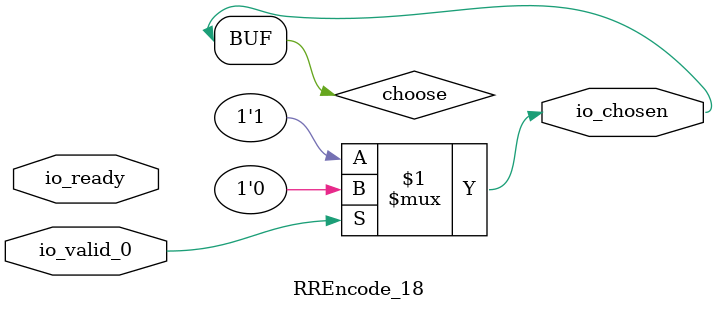
<source format=v>
module RREncode_18(
    input  io_valid_0,
    output io_chosen,
    input  io_ready);
  wire choose;
  assign io_chosen = choose;
  assign choose = io_valid_0 ? 1'h0 : 1'h1;
endmodule
</source>
